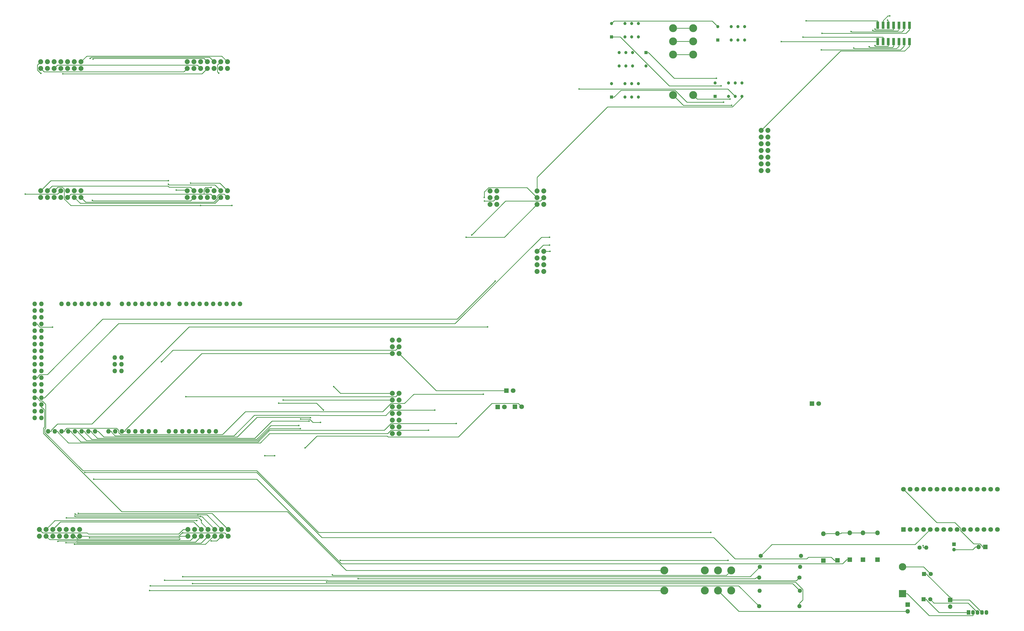
<source format=gbr>
G04 #@! TF.FileFunction,Copper,L1,Top,Signal*
%FSLAX46Y46*%
G04 Gerber Fmt 4.6, Leading zero omitted, Abs format (unit mm)*
G04 Created by KiCad (PCBNEW 4.0.6) date 02/21/20 15:01:47*
%MOMM*%
%LPD*%
G01*
G04 APERTURE LIST*
%ADD10C,0.100000*%
%ADD11O,1.727200X1.727200*%
%ADD12C,1.879600*%
%ADD13R,1.600000X1.600000*%
%ADD14C,1.600000*%
%ADD15R,1.800000X1.800000*%
%ADD16C,1.800000*%
%ADD17O,1.800000X1.800000*%
%ADD18R,2.800000X2.800000*%
%ADD19O,2.800000X2.800000*%
%ADD20R,1.200000X1.200000*%
%ADD21C,1.200000*%
%ADD22R,1.700000X1.700000*%
%ADD23O,1.700000X1.700000*%
%ADD24R,1.350000X1.350000*%
%ADD25O,1.350000X1.350000*%
%ADD26C,3.000000*%
%ADD27R,1.350000X1.800000*%
%ADD28O,1.350000X1.800000*%
%ADD29O,1.600000X1.600000*%
%ADD30R,1.000000X2.750000*%
%ADD31C,0.600000*%
%ADD32C,0.250000*%
G04 APERTURE END LIST*
D10*
D11*
X163932000Y-219456000D03*
X161392000Y-219456000D03*
X161392000Y-216916000D03*
X163932000Y-216916000D03*
X161392000Y-214376000D03*
X176759000Y-242316000D03*
X181839000Y-242316000D03*
X184379000Y-242316000D03*
X186919000Y-242316000D03*
X189459000Y-242316000D03*
X191999000Y-242316000D03*
X194539000Y-242316000D03*
X197079000Y-242316000D03*
X141199000Y-194056000D03*
X143739000Y-194056000D03*
X146279000Y-194056000D03*
X148819000Y-194056000D03*
X151359000Y-194056000D03*
X153899000Y-194056000D03*
X156439000Y-194056000D03*
X158979000Y-194056000D03*
X164059000Y-194056000D03*
X166599000Y-194056000D03*
X169139000Y-194056000D03*
X171679000Y-194056000D03*
X174219000Y-194056000D03*
X176759000Y-194056000D03*
X179299000Y-194056000D03*
X181839000Y-194056000D03*
X201143000Y-194056000D03*
X185903000Y-194056000D03*
X188443000Y-194056000D03*
X190983000Y-194056000D03*
X208763000Y-194056000D03*
X206223000Y-194056000D03*
X203683000Y-194056000D03*
X198603000Y-194056000D03*
X196063000Y-194056000D03*
X193523000Y-194056000D03*
X199619000Y-242316000D03*
X174219000Y-242316000D03*
X171679000Y-242316000D03*
X169139000Y-242316000D03*
X166599000Y-242316000D03*
X164059000Y-242316000D03*
X161519000Y-242316000D03*
X158979000Y-242316000D03*
X153899000Y-242316000D03*
X151359000Y-242316000D03*
X148819000Y-242316000D03*
X146279000Y-242316000D03*
X143739000Y-242316000D03*
X141199000Y-242316000D03*
X138659000Y-242316000D03*
X136119000Y-242316000D03*
X133579000Y-194056000D03*
X131039000Y-194056000D03*
X133579000Y-196596000D03*
X131039000Y-196596000D03*
X133579000Y-199136000D03*
X131039000Y-199136000D03*
X133579000Y-201676000D03*
X131039000Y-201676000D03*
X133579000Y-204216000D03*
X131039000Y-204216000D03*
X133579000Y-206756000D03*
X131039000Y-206756000D03*
X133579000Y-209296000D03*
X131039000Y-209296000D03*
X133579000Y-211836000D03*
X131039000Y-211836000D03*
X133579000Y-214376000D03*
X131039000Y-214376000D03*
X133579000Y-216916000D03*
X131039000Y-216916000D03*
X133579000Y-219456000D03*
X131039000Y-219456000D03*
X133579000Y-221996000D03*
X131039000Y-221996000D03*
X133579000Y-224536000D03*
X131039000Y-224536000D03*
X133579000Y-227076000D03*
X131039000Y-227076000D03*
X133579000Y-229616000D03*
X131039000Y-229616000D03*
X133579000Y-232156000D03*
X131039000Y-232156000D03*
X133579000Y-234696000D03*
X131039000Y-234696000D03*
X133579000Y-237236000D03*
X131039000Y-237236000D03*
X163932000Y-214376000D03*
D12*
X133400000Y-102400000D03*
X133400000Y-104940000D03*
X135940000Y-102400000D03*
X135940000Y-104940000D03*
X138480000Y-102400000D03*
X138480000Y-104940000D03*
X141020000Y-102400000D03*
X141020000Y-104940000D03*
X143560000Y-102400000D03*
X143560000Y-104940000D03*
X146100000Y-102400000D03*
X146100000Y-104940000D03*
X148640000Y-102400000D03*
X148640000Y-104940000D03*
X188800000Y-102400000D03*
X188800000Y-104940000D03*
X191340000Y-102400000D03*
X191340000Y-104940000D03*
X193880000Y-102400000D03*
X193880000Y-104940000D03*
X196420000Y-102400000D03*
X196420000Y-104940000D03*
X198960000Y-102400000D03*
X198960000Y-104940000D03*
X201500000Y-102400000D03*
X201500000Y-104940000D03*
X204040000Y-102400000D03*
X204040000Y-104940000D03*
X188800000Y-151200000D03*
X188800000Y-153740000D03*
X191340000Y-151200000D03*
X191340000Y-153740000D03*
X193880000Y-151200000D03*
X193880000Y-153740000D03*
X196420000Y-151200000D03*
X196420000Y-153740000D03*
X198960000Y-151200000D03*
X198960000Y-153740000D03*
X201500000Y-151200000D03*
X201500000Y-153740000D03*
X204040000Y-151200000D03*
X204040000Y-153740000D03*
X133400000Y-151200000D03*
X133400000Y-153740000D03*
X135940000Y-151200000D03*
X135940000Y-153740000D03*
X138480000Y-151200000D03*
X138480000Y-153740000D03*
X141020000Y-151200000D03*
X141020000Y-153740000D03*
X143560000Y-151200000D03*
X143560000Y-153740000D03*
X146100000Y-151200000D03*
X146100000Y-153740000D03*
X148640000Y-151200000D03*
X148640000Y-153740000D03*
X148100000Y-282000000D03*
X148100000Y-279460000D03*
X145560000Y-282000000D03*
X145560000Y-279460000D03*
X143020000Y-282000000D03*
X143020000Y-279460000D03*
X140480000Y-282000000D03*
X140480000Y-279460000D03*
X137940000Y-282000000D03*
X137940000Y-279460000D03*
X135400000Y-282000000D03*
X135400000Y-279460000D03*
X132860000Y-282000000D03*
X132860000Y-279460000D03*
X204343000Y-282000000D03*
X204343000Y-279460000D03*
X201803000Y-282000000D03*
X201803000Y-279460000D03*
X199263000Y-282000000D03*
X199263000Y-279460000D03*
X196723000Y-282000000D03*
X196723000Y-279460000D03*
X194183000Y-282000000D03*
X194183000Y-279460000D03*
X191643000Y-282000000D03*
X191643000Y-279460000D03*
X189103000Y-282000000D03*
X189103000Y-279460000D03*
X269000000Y-243200000D03*
X266460000Y-243200000D03*
X269000000Y-240660000D03*
X266460000Y-240660000D03*
X269000000Y-238120000D03*
X266460000Y-238120000D03*
X269000000Y-235580000D03*
X266460000Y-235580000D03*
X269000000Y-233040000D03*
X266460000Y-233040000D03*
X269000000Y-230500000D03*
X266460000Y-230500000D03*
X269000000Y-227960000D03*
X266460000Y-227960000D03*
X408600000Y-143600000D03*
X406060000Y-143600000D03*
X408600000Y-141060000D03*
X406060000Y-141060000D03*
X408600000Y-138520000D03*
X406060000Y-138520000D03*
X408600000Y-135980000D03*
X406060000Y-135980000D03*
X408600000Y-133440000D03*
X406060000Y-133440000D03*
X408600000Y-130900000D03*
X406060000Y-130900000D03*
X408600000Y-128360000D03*
X406060000Y-128360000D03*
X323800000Y-156400000D03*
X321260000Y-156400000D03*
X323800000Y-153860000D03*
X321260000Y-153860000D03*
X323800000Y-151320000D03*
X321260000Y-151320000D03*
X306000000Y-156400000D03*
X303460000Y-156400000D03*
X306000000Y-153860000D03*
X303460000Y-153860000D03*
X306000000Y-151320000D03*
X303460000Y-151320000D03*
X323800000Y-181800000D03*
X321260000Y-181800000D03*
X323800000Y-179260000D03*
X321260000Y-179260000D03*
X323800000Y-176720000D03*
X321260000Y-176720000D03*
X323800000Y-174180000D03*
X321260000Y-174180000D03*
D13*
X467538000Y-305918000D03*
D14*
X470038000Y-305918000D03*
D13*
X467716000Y-296316000D03*
D14*
X470216000Y-296316000D03*
D15*
X312852000Y-232995000D03*
D16*
X315392000Y-232995000D03*
D15*
X429616000Y-291236000D03*
D17*
X429616000Y-281076000D03*
D15*
X434975000Y-291186000D03*
D17*
X434975000Y-281026000D03*
D15*
X450113000Y-290957000D03*
D17*
X450113000Y-280797000D03*
D15*
X444627000Y-290957000D03*
D17*
X444627000Y-280797000D03*
D15*
X425298000Y-231800000D03*
D16*
X427838000Y-231800000D03*
D18*
X459613000Y-303809000D03*
D19*
X459613000Y-293649000D03*
D15*
X439598000Y-290957000D03*
D17*
X439598000Y-280797000D03*
D15*
X309601000Y-226924000D03*
D16*
X312141000Y-226924000D03*
D15*
X306350000Y-233071000D03*
D16*
X308890000Y-233071000D03*
D20*
X388622000Y-115519000D03*
D21*
X388622000Y-110439000D03*
X393702000Y-115519000D03*
X398782000Y-110439000D03*
X396242000Y-115519000D03*
X398782000Y-115519000D03*
X393702000Y-110439000D03*
X396242000Y-110439000D03*
D20*
X349455000Y-115748000D03*
D21*
X349455000Y-110668000D03*
X354535000Y-115748000D03*
X359615000Y-110668000D03*
X357075000Y-115748000D03*
X359615000Y-115748000D03*
X354535000Y-110668000D03*
X357075000Y-110668000D03*
D20*
X362431000Y-98882000D03*
D21*
X362431000Y-103962000D03*
X357351000Y-98882000D03*
X352271000Y-103962000D03*
X354811000Y-98882000D03*
X352271000Y-98882000D03*
X357351000Y-103962000D03*
X354811000Y-103962000D03*
D20*
X349404000Y-92964000D03*
D21*
X349404000Y-87884000D03*
X354484000Y-92964000D03*
X359564000Y-87884000D03*
X357024000Y-92964000D03*
X359564000Y-92964000D03*
X354484000Y-87884000D03*
X357024000Y-87884000D03*
D20*
X389638000Y-94183200D03*
D21*
X389638000Y-89103200D03*
X394718000Y-94183200D03*
X399798000Y-89103200D03*
X397258000Y-94183200D03*
X399798000Y-94183200D03*
X394718000Y-89103200D03*
X397258000Y-89103200D03*
D22*
X477596000Y-306172000D03*
D23*
X477596000Y-308712000D03*
D15*
X459892000Y-279476000D03*
D16*
X462432000Y-279476000D03*
X464972000Y-279476000D03*
X467512000Y-279476000D03*
X470052000Y-279476000D03*
X472592000Y-279476000D03*
X475132000Y-279476000D03*
X477672000Y-279476000D03*
X480212000Y-279476000D03*
X482752000Y-279476000D03*
X485292000Y-279476000D03*
X487832000Y-279476000D03*
X490372000Y-279476000D03*
X492912000Y-279476000D03*
X495452000Y-279476000D03*
X495452000Y-264236000D03*
X492912000Y-264236000D03*
X490372000Y-264236000D03*
X487832000Y-264236000D03*
X485292000Y-264236000D03*
X482752000Y-264236000D03*
X480212000Y-264236000D03*
X477672000Y-264236000D03*
X475132000Y-264236000D03*
X472592000Y-264236000D03*
X470052000Y-264236000D03*
X467512000Y-264236000D03*
X464972000Y-264236000D03*
X462432000Y-264236000D03*
X459892000Y-264236000D03*
D24*
X479069000Y-285090000D03*
D25*
X479069000Y-287090000D03*
D26*
X372720000Y-115011000D03*
X380340000Y-115011000D03*
X372720000Y-94691000D03*
X380340000Y-89691000D03*
X380340000Y-99691000D03*
X372720000Y-99691000D03*
X380340000Y-94691000D03*
X372720000Y-89691000D03*
D27*
X484556000Y-310896000D03*
D28*
X486256000Y-310896000D03*
X487956000Y-310896000D03*
X489656000Y-310896000D03*
X491356000Y-310896000D03*
D22*
X490880000Y-286131000D03*
D23*
X488340000Y-286131000D03*
D14*
X465988000Y-286334000D03*
D29*
X468528000Y-286334000D03*
D22*
X461518000Y-307950000D03*
D23*
X461518000Y-310490000D03*
D30*
X450184000Y-88543600D03*
X450184000Y-94793600D03*
X452184000Y-88543600D03*
X452184000Y-94793600D03*
X454184000Y-88543600D03*
X454184000Y-94793600D03*
X456184000Y-88543600D03*
X456184000Y-94793600D03*
X458184000Y-88543600D03*
X458184000Y-94793600D03*
X460184000Y-88543600D03*
X460184000Y-94793600D03*
X462184000Y-88543600D03*
X462184000Y-94793600D03*
D14*
X405308000Y-308559000D03*
D29*
X420548000Y-308559000D03*
D14*
X405587000Y-293649000D03*
D29*
X420827000Y-293649000D03*
D14*
X405867000Y-289458000D03*
D29*
X421107000Y-289458000D03*
D14*
X420675000Y-302692000D03*
D29*
X405435000Y-302692000D03*
D14*
X420548000Y-297739000D03*
D29*
X405308000Y-297739000D03*
D12*
X268986000Y-212877000D03*
X266446000Y-212877000D03*
X268986000Y-210337000D03*
X266446000Y-210337000D03*
X268986000Y-207797000D03*
X266446000Y-207797000D03*
D26*
X369443000Y-295021000D03*
X369443000Y-302641000D03*
X389763000Y-295021000D03*
X394763000Y-302641000D03*
X384763000Y-302641000D03*
X384763000Y-295021000D03*
X389763000Y-302641000D03*
X394763000Y-295021000D03*
D31*
X467402700Y-285608700D03*
X241553500Y-299366500D03*
X233469800Y-248553000D03*
X387052000Y-280614700D03*
X389177500Y-108656500D03*
X150074000Y-257891100D03*
X391808800Y-117699100D03*
X326012500Y-168824300D03*
X390944400Y-111517900D03*
X305383100Y-185449800D03*
X153405000Y-260467000D03*
X393538700Y-291182500D03*
X246734200Y-291182500D03*
X253517500Y-298121900D03*
X133447600Y-106756500D03*
X187155400Y-280734900D03*
X181733600Y-147441900D03*
X184666400Y-150986600D03*
X147614100Y-273379500D03*
X197870200Y-283803500D03*
X185993600Y-283106000D03*
X152952200Y-154876800D03*
X146407300Y-273631400D03*
X192875900Y-273986500D03*
X146132100Y-285112100D03*
X239291500Y-238953300D03*
X231775100Y-237665100D03*
X205717000Y-156798000D03*
X193926000Y-156798000D03*
X146333200Y-274447400D03*
X193849000Y-274593600D03*
X142940900Y-284460900D03*
X153202000Y-101332000D03*
X127479100Y-152470000D03*
X143123600Y-275075300D03*
X141760000Y-106934000D03*
X194173100Y-276046500D03*
X139885900Y-283945900D03*
X152075000Y-101090700D03*
X240356400Y-234280400D03*
X223463600Y-231671000D03*
X221879400Y-251593600D03*
X218185500Y-251593600D03*
X197849000Y-149934800D03*
X200765000Y-106676900D03*
X181672800Y-148811700D03*
X192492800Y-276128000D03*
X225115100Y-230500000D03*
X190070000Y-148367400D03*
X151823500Y-282655400D03*
X188267000Y-229229800D03*
X244257000Y-225398100D03*
X423093800Y-86843300D03*
X413681100Y-94793600D03*
X454746100Y-85007000D03*
X421928900Y-93093300D03*
X453914500Y-86651400D03*
X449156600Y-96300700D03*
X449157500Y-90048500D03*
X446976000Y-96698900D03*
X448338100Y-90499200D03*
X441162000Y-97189400D03*
X440131500Y-90940600D03*
X428851700Y-97844800D03*
X429116600Y-91594800D03*
X282558700Y-234314900D03*
X302480700Y-202802500D03*
X301339100Y-155125200D03*
X280207600Y-241934900D03*
X300935500Y-228239500D03*
X290664600Y-239394900D03*
X231682900Y-241289200D03*
X294359500Y-168824300D03*
X231074500Y-240088700D03*
X296501600Y-167960800D03*
X234935500Y-238396300D03*
X301269500Y-153758300D03*
X235501400Y-237159100D03*
X337181100Y-112694100D03*
X326167600Y-174180000D03*
X326012500Y-171817000D03*
X394907500Y-118875700D03*
X394282200Y-116522600D03*
X180265800Y-298741200D03*
X190852800Y-299991800D03*
X174838900Y-300803600D03*
X187127500Y-297356400D03*
X137868600Y-202864900D03*
X179062700Y-215955100D03*
X243743900Y-296708100D03*
X174550700Y-302641000D03*
D32*
X468663300Y-306199300D02*
X468663300Y-305918000D01*
X473360000Y-310896000D02*
X468663300Y-306199300D01*
X484556000Y-310896000D02*
X473360000Y-310896000D01*
X467538000Y-305918000D02*
X468663300Y-305918000D01*
X461518000Y-310490000D02*
X460342700Y-310490000D01*
X489704700Y-285763600D02*
X489704700Y-286131000D01*
X488896800Y-284955700D02*
X489704700Y-285763600D01*
X486482100Y-284955700D02*
X488896800Y-284955700D01*
X481482000Y-279955600D02*
X486482100Y-284955700D01*
X481482000Y-278996800D02*
X481482000Y-279955600D01*
X479371800Y-276886600D02*
X481482000Y-278996800D01*
X472542600Y-276886600D02*
X479371800Y-276886600D01*
X459892000Y-264236000D02*
X472542600Y-276886600D01*
X490880000Y-286131000D02*
X489704700Y-286131000D01*
X397612000Y-310490000D02*
X389763000Y-302641000D01*
X460342700Y-310490000D02*
X397612000Y-310490000D01*
X380340000Y-94691000D02*
X372720000Y-94691000D01*
X467716000Y-296316000D02*
X468841300Y-296316000D01*
X484932000Y-306172000D02*
X477596000Y-306172000D01*
X489656000Y-310896000D02*
X484932000Y-306172000D01*
X468841300Y-296591300D02*
X468841300Y-296316000D01*
X477246700Y-304996700D02*
X468841300Y-296591300D01*
X477596000Y-304996700D02*
X477246700Y-304996700D01*
X477596000Y-306172000D02*
X477596000Y-304996700D01*
X468528000Y-286334000D02*
X467402700Y-286334000D01*
X467402700Y-286334000D02*
X467402700Y-285608700D01*
X419006400Y-299366500D02*
X241553500Y-299366500D01*
X421841000Y-302201100D02*
X419006400Y-299366500D01*
X421841000Y-306140700D02*
X421841000Y-302201100D01*
X420548000Y-307433700D02*
X421841000Y-306140700D01*
X420548000Y-308559000D02*
X420548000Y-307433700D01*
X237937800Y-244085000D02*
X233469800Y-248553000D01*
X264474300Y-244085000D02*
X237937800Y-244085000D01*
X264862200Y-244472900D02*
X264474300Y-244085000D01*
X291445000Y-244472900D02*
X264862200Y-244472900D01*
X304153600Y-231764300D02*
X291445000Y-244472900D01*
X314161300Y-231764300D02*
X304153600Y-231764300D01*
X315392000Y-232995000D02*
X314161300Y-231764300D01*
X131039000Y-229616000D02*
X132227900Y-229616000D01*
X132227900Y-229987600D02*
X132227900Y-229616000D01*
X133045200Y-230804900D02*
X132227900Y-229987600D01*
X133934700Y-230804900D02*
X133045200Y-230804900D01*
X135233700Y-232103900D02*
X133934700Y-230804900D01*
X135233700Y-241111600D02*
X135233700Y-232103900D01*
X134880400Y-241464900D02*
X135233700Y-241111600D01*
X134880400Y-242796900D02*
X134880400Y-241464900D01*
X149349300Y-257265800D02*
X134880400Y-242796900D01*
X215182100Y-257265800D02*
X149349300Y-257265800D01*
X238531000Y-280614700D02*
X215182100Y-257265800D01*
X387052000Y-280614700D02*
X238531000Y-280614700D01*
X373130800Y-108656500D02*
X389177500Y-108656500D01*
X363356300Y-98882000D02*
X373130800Y-108656500D01*
X362431000Y-98882000D02*
X363356300Y-98882000D01*
X215170500Y-257891100D02*
X150074000Y-257891100D01*
X239812700Y-282533300D02*
X215170500Y-257891100D01*
X388086200Y-282533300D02*
X239812700Y-282533300D01*
X396181600Y-290628700D02*
X388086200Y-282533300D01*
X423331300Y-290628700D02*
X396181600Y-290628700D01*
X423949400Y-290010600D02*
X423331300Y-290628700D01*
X432574300Y-290010600D02*
X423949400Y-290010600D01*
X433749700Y-291186000D02*
X432574300Y-290010600D01*
X434975000Y-291186000D02*
X433749700Y-291186000D01*
X349455000Y-115748000D02*
X350380300Y-115748000D01*
X133579000Y-229616000D02*
X134767900Y-229616000D01*
X322893000Y-168824300D02*
X326012500Y-168824300D01*
X290191800Y-201525500D02*
X322893000Y-168824300D01*
X162858400Y-201525500D02*
X290191800Y-201525500D01*
X134767900Y-229616000D02*
X162858400Y-201525500D01*
X377989700Y-117699100D02*
X391808800Y-117699100D01*
X373470600Y-113180000D02*
X377989700Y-117699100D01*
X352948300Y-113180000D02*
X373470600Y-113180000D01*
X350380300Y-115748000D02*
X352948300Y-113180000D01*
X371295700Y-111517900D02*
X390944400Y-111517900D01*
X352741800Y-92964000D02*
X371295700Y-111517900D01*
X349404000Y-92964000D02*
X352741800Y-92964000D01*
X131039000Y-221996000D02*
X132227900Y-221996000D01*
X132227900Y-221624400D02*
X132227900Y-221996000D01*
X133045200Y-220807100D02*
X132227900Y-221624400D01*
X135884800Y-220807100D02*
X133045200Y-220807100D01*
X156837900Y-199854000D02*
X135884800Y-220807100D01*
X290978900Y-199854000D02*
X156837900Y-199854000D01*
X305383100Y-185449800D02*
X290978900Y-199854000D01*
X469650600Y-312121300D02*
X486256000Y-312121300D01*
X461338300Y-303809000D02*
X469650600Y-312121300D01*
X459613000Y-303809000D02*
X461338300Y-303809000D01*
X486256000Y-310896000D02*
X486256000Y-312121300D01*
X439598000Y-290957000D02*
X438372700Y-290957000D01*
X436868300Y-292461400D02*
X438372700Y-290957000D01*
X247128800Y-292461400D02*
X436868300Y-292461400D01*
X215134400Y-260467000D02*
X247128800Y-292461400D01*
X153405000Y-260467000D02*
X215134400Y-260467000D01*
X246734200Y-291182500D02*
X393538700Y-291182500D01*
X403799800Y-298121900D02*
X253517500Y-298121900D01*
X404182700Y-297739000D02*
X403799800Y-298121900D01*
X405308000Y-297739000D02*
X404182700Y-297739000D01*
X132125200Y-103674800D02*
X133400000Y-102400000D01*
X132125200Y-105516700D02*
X132125200Y-103674800D01*
X133365000Y-106756500D02*
X132125200Y-105516700D01*
X133447600Y-106756500D02*
X133365000Y-106756500D01*
X203077900Y-280734900D02*
X187155400Y-280734900D01*
X204343000Y-282000000D02*
X203077900Y-280734900D01*
X137158100Y-147441900D02*
X181733600Y-147441900D01*
X133400000Y-151200000D02*
X137158100Y-147441900D01*
X188586600Y-150986600D02*
X188800000Y-151200000D01*
X184666400Y-150986600D02*
X188586600Y-150986600D01*
X185578400Y-282000000D02*
X148100000Y-282000000D01*
X186843500Y-280734900D02*
X185578400Y-282000000D01*
X187155400Y-280734900D02*
X186843500Y-280734900D01*
X187534800Y-106205200D02*
X188800000Y-104940000D01*
X134665200Y-106205200D02*
X187534800Y-106205200D01*
X133400000Y-104940000D02*
X134665200Y-106205200D01*
X147632400Y-273361200D02*
X147614100Y-273379500D01*
X198244200Y-273361200D02*
X147632400Y-273361200D01*
X204343000Y-279460000D02*
X198244200Y-273361200D01*
X190032300Y-149892300D02*
X191340000Y-151200000D01*
X181946800Y-149892300D02*
X190032300Y-149892300D01*
X181496600Y-149442100D02*
X181946800Y-149892300D01*
X137697900Y-149442100D02*
X181496600Y-149442100D01*
X135940000Y-151200000D02*
X137697900Y-149442100D01*
X199999500Y-283803500D02*
X197870200Y-283803500D01*
X201803000Y-282000000D02*
X199999500Y-283803500D01*
X146301900Y-282000000D02*
X145560000Y-282000000D01*
X147612800Y-283310900D02*
X146301900Y-282000000D01*
X185788700Y-283310900D02*
X147612800Y-283310900D01*
X185993600Y-283106000D02*
X185788700Y-283310900D01*
X192952000Y-273910400D02*
X192875900Y-273986500D01*
X196253400Y-273910400D02*
X192952000Y-273910400D01*
X201803000Y-279460000D02*
X196253400Y-273910400D01*
X192857500Y-274004900D02*
X192875900Y-273986500D01*
X146780800Y-274004900D02*
X192857500Y-274004900D01*
X146407300Y-273631400D02*
X146780800Y-274004900D01*
X153102100Y-155026700D02*
X152952200Y-154876800D01*
X190053300Y-155026700D02*
X153102100Y-155026700D01*
X191340000Y-153740000D02*
X190053300Y-155026700D01*
X205717000Y-156798000D02*
X193926000Y-156798000D01*
X144760100Y-156798000D02*
X193926000Y-156798000D01*
X142290000Y-154327900D02*
X144760100Y-156798000D01*
X142290000Y-150670500D02*
X142290000Y-154327900D01*
X141533900Y-149914400D02*
X142290000Y-150670500D01*
X139765600Y-149914400D02*
X141533900Y-149914400D01*
X138480000Y-151200000D02*
X139765600Y-149914400D01*
X198789400Y-282000000D02*
X199263000Y-282000000D01*
X195677400Y-285112000D02*
X198789400Y-282000000D01*
X195677400Y-285112100D02*
X195677400Y-285112000D01*
X146132100Y-285112100D02*
X195677400Y-285112100D01*
X236411300Y-238953300D02*
X239291500Y-238953300D01*
X235123100Y-237665100D02*
X236411300Y-238953300D01*
X231775100Y-237665100D02*
X235123100Y-237665100D01*
X139750000Y-103670000D02*
X138480000Y-104940000D01*
X192610000Y-103670000D02*
X139750000Y-103670000D01*
X193880000Y-104940000D02*
X192610000Y-103670000D01*
X193830800Y-274611800D02*
X193849000Y-274593600D01*
X146497600Y-274611800D02*
X193830800Y-274611800D01*
X146333200Y-274447400D02*
X146497600Y-274611800D01*
X194396600Y-274593600D02*
X193849000Y-274593600D01*
X199263000Y-279460000D02*
X194396600Y-274593600D01*
X195154900Y-101134900D02*
X196420000Y-102400000D01*
X153399100Y-101134900D02*
X195154900Y-101134900D01*
X153202000Y-101332000D02*
X153399100Y-101134900D01*
X139750000Y-152470000D02*
X127479100Y-152470000D01*
X141020000Y-151200000D02*
X139750000Y-152470000D01*
X194061200Y-284661800D02*
X196723000Y-282000000D01*
X147053000Y-284661800D02*
X194061200Y-284661800D01*
X146852100Y-284460900D02*
X147053000Y-284661800D01*
X142940900Y-284460900D02*
X146852100Y-284460900D01*
X194426000Y-106934000D02*
X141760000Y-106934000D01*
X196420000Y-104940000D02*
X194426000Y-106934000D01*
X194173100Y-276910100D02*
X194173100Y-276046500D01*
X196723000Y-279460000D02*
X194173100Y-276910100D01*
X193201900Y-275075300D02*
X194173100Y-276046500D01*
X143123600Y-275075300D02*
X193201900Y-275075300D01*
X152481100Y-100684600D02*
X152075000Y-101090700D01*
X197244600Y-100684600D02*
X152481100Y-100684600D01*
X198960000Y-102400000D02*
X197244600Y-100684600D01*
X191971500Y-284211500D02*
X194183000Y-282000000D01*
X147239600Y-284211500D02*
X191971500Y-284211500D01*
X146833300Y-283805200D02*
X147239600Y-284211500D01*
X140026600Y-283805200D02*
X146833300Y-283805200D01*
X139885900Y-283945900D02*
X140026600Y-283805200D01*
X237747000Y-231671000D02*
X223463600Y-231671000D01*
X240356400Y-234280400D02*
X237747000Y-231671000D01*
X140821600Y-276578400D02*
X137940000Y-279460000D01*
X191301400Y-276578400D02*
X140821600Y-276578400D01*
X194183000Y-279460000D02*
X191301400Y-276578400D01*
X197690000Y-152470000D02*
X195150000Y-152470000D01*
X198960000Y-153740000D02*
X197690000Y-152470000D01*
X144830000Y-152470000D02*
X143560000Y-153740000D01*
X195150000Y-152470000D02*
X144830000Y-152470000D01*
X195863000Y-149934800D02*
X197849000Y-149934800D01*
X195150000Y-150647800D02*
X195863000Y-149934800D01*
X195150000Y-152470000D02*
X195150000Y-150647800D01*
X221879400Y-251593600D02*
X218185500Y-251593600D01*
X200230000Y-103670000D02*
X201500000Y-102400000D01*
X200230000Y-106141900D02*
X200230000Y-103670000D01*
X200765000Y-106676900D02*
X200230000Y-106141900D01*
X181884300Y-149023200D02*
X181672800Y-148811700D01*
X199323200Y-149023200D02*
X181884300Y-149023200D01*
X201500000Y-151200000D02*
X199323200Y-149023200D01*
X189881800Y-283761200D02*
X191643000Y-282000000D01*
X147426200Y-283761200D02*
X189881800Y-283761200D01*
X146975900Y-283310900D02*
X147426200Y-283761200D01*
X136710900Y-283310900D02*
X146975900Y-283310900D01*
X135400000Y-282000000D02*
X136710900Y-283310900D01*
X199272500Y-155967500D02*
X201500000Y-153740000D01*
X148327500Y-155967500D02*
X199272500Y-155967500D01*
X146100000Y-153740000D02*
X148327500Y-155967500D01*
X138732000Y-276128000D02*
X192492800Y-276128000D01*
X135400000Y-279460000D02*
X138732000Y-276128000D01*
X266460000Y-230500000D02*
X225115100Y-230500000D01*
X201207400Y-148367400D02*
X190070000Y-148367400D01*
X204040000Y-151200000D02*
X201207400Y-148367400D01*
X150805700Y-100234300D02*
X148640000Y-102400000D01*
X201874300Y-100234300D02*
X150805700Y-100234300D01*
X204040000Y-102400000D02*
X201874300Y-100234300D01*
X267730200Y-229229800D02*
X188267000Y-229229800D01*
X269000000Y-227960000D02*
X267730200Y-229229800D01*
X185559900Y-282655400D02*
X151823500Y-282655400D01*
X186215300Y-282000000D02*
X185559900Y-282655400D01*
X189103000Y-282000000D02*
X186215300Y-282000000D01*
X134130000Y-280730000D02*
X132860000Y-279460000D01*
X150882300Y-280730000D02*
X134130000Y-280730000D01*
X151375400Y-281223100D02*
X150882300Y-280730000D01*
X185568000Y-281223100D02*
X151375400Y-281223100D01*
X187331100Y-279460000D02*
X185568000Y-281223100D01*
X189103000Y-279460000D02*
X187331100Y-279460000D01*
X150417200Y-155517200D02*
X148640000Y-153740000D01*
X199012000Y-155517200D02*
X150417200Y-155517200D01*
X200230000Y-154299200D02*
X199012000Y-155517200D01*
X200230000Y-153191500D02*
X200230000Y-154299200D01*
X200946700Y-152474800D02*
X200230000Y-153191500D01*
X202774800Y-152474800D02*
X200946700Y-152474800D01*
X204040000Y-153740000D02*
X202774800Y-152474800D01*
X246818900Y-227960000D02*
X244257000Y-225398100D01*
X266460000Y-227960000D02*
X246818900Y-227960000D01*
X450184000Y-88543600D02*
X450184000Y-86843300D01*
X450184000Y-86843300D02*
X423093800Y-86843300D01*
X413681100Y-94793600D02*
X450184000Y-94793600D01*
X454020300Y-85007000D02*
X454746100Y-85007000D01*
X452184000Y-86843300D02*
X454020300Y-85007000D01*
X452184000Y-88543600D02*
X452184000Y-86843300D01*
X452184000Y-94793600D02*
X452184000Y-93093300D01*
X452184000Y-93093300D02*
X421928900Y-93093300D01*
X454106400Y-86843300D02*
X453914500Y-86651400D01*
X454184000Y-86843300D02*
X454106400Y-86843300D01*
X454184000Y-88543600D02*
X454184000Y-86843300D01*
X454184000Y-94793600D02*
X454184000Y-96493900D01*
X449349800Y-96493900D02*
X449156600Y-96300700D01*
X454184000Y-96493900D02*
X449349800Y-96493900D01*
X456184000Y-88543600D02*
X456184000Y-90243900D01*
X449352900Y-90243900D02*
X449157500Y-90048500D01*
X456184000Y-90243900D02*
X449352900Y-90243900D01*
X456184000Y-94793600D02*
X456184000Y-96493900D01*
X447221300Y-96944200D02*
X446976000Y-96698900D01*
X455733700Y-96944200D02*
X447221300Y-96944200D01*
X456184000Y-96493900D02*
X455733700Y-96944200D01*
X458184000Y-88543600D02*
X458184000Y-90243900D01*
X448533100Y-90694200D02*
X448338100Y-90499200D01*
X457733700Y-90694200D02*
X448533100Y-90694200D01*
X458184000Y-90243900D02*
X457733700Y-90694200D01*
X458184000Y-94793600D02*
X458184000Y-96493900D01*
X441367100Y-97394500D02*
X441162000Y-97189400D01*
X457283400Y-97394500D02*
X441367100Y-97394500D01*
X458184000Y-96493900D02*
X457283400Y-97394500D01*
X460184000Y-88543600D02*
X460184000Y-90243900D01*
X459283400Y-91144500D02*
X460184000Y-90243900D01*
X440335400Y-91144500D02*
X459283400Y-91144500D01*
X440131500Y-90940600D02*
X440335400Y-91144500D01*
X460184000Y-94793600D02*
X460184000Y-96493900D01*
X458833100Y-97844800D02*
X428851700Y-97844800D01*
X460184000Y-96493900D02*
X458833100Y-97844800D01*
X462184000Y-88543600D02*
X462184000Y-90243900D01*
X460833100Y-91594800D02*
X462184000Y-90243900D01*
X429116600Y-91594800D02*
X460833100Y-91594800D01*
X462184000Y-94793600D02*
X462184000Y-96493900D01*
X460382800Y-98295100D02*
X462184000Y-96493900D01*
X436124900Y-98295100D02*
X460382800Y-98295100D01*
X406060000Y-128360000D02*
X436124900Y-98295100D01*
X372720000Y-89691000D02*
X380340000Y-89691000D01*
X158979000Y-242316000D02*
X160167900Y-242316000D01*
X160167900Y-242687600D02*
X160167900Y-242316000D01*
X161504600Y-244024300D02*
X160167900Y-242687600D01*
X206490900Y-243998900D02*
X161504600Y-244024300D01*
X214224600Y-236265200D02*
X206490900Y-243998900D01*
X263960200Y-236290600D02*
X214224600Y-236265200D01*
X265935900Y-234314900D02*
X263960200Y-236290600D01*
X282558700Y-234314900D02*
X265935900Y-234314900D01*
X137307900Y-241944500D02*
X137307900Y-242316000D01*
X139740200Y-239512200D02*
X137307900Y-241944500D01*
X152787900Y-239512200D02*
X139740200Y-239512200D01*
X189497600Y-202802500D02*
X152787900Y-239512200D01*
X302480700Y-202802500D02*
X189497600Y-202802500D01*
X136119000Y-242316000D02*
X137307900Y-242316000D01*
X138659000Y-242316000D02*
X139847900Y-242316000D01*
X304734800Y-155125200D02*
X301339100Y-155125200D01*
X306000000Y-153860000D02*
X304734800Y-155125200D01*
X265936000Y-241934900D02*
X280207600Y-241934900D01*
X264671200Y-243199700D02*
X265936000Y-241934900D01*
X264671200Y-243199800D02*
X264671200Y-243199700D01*
X220004800Y-243199800D02*
X264671200Y-243199800D01*
X216476900Y-246727700D02*
X220004800Y-243199800D01*
X143888000Y-246727700D02*
X216476900Y-246727700D01*
X139847900Y-242687600D02*
X143888000Y-246727700D01*
X139847900Y-242316000D02*
X139847900Y-242687600D01*
X141199000Y-242316000D02*
X142387900Y-242316000D01*
X274541700Y-228239500D02*
X300935500Y-228239500D01*
X271006300Y-231774900D02*
X274541700Y-228239500D01*
X265936000Y-231774900D02*
X271006300Y-231774900D01*
X262805300Y-234905600D02*
X265936000Y-231774900D01*
X262805300Y-234905700D02*
X262805300Y-234905600D01*
X210789400Y-234905700D02*
X262805300Y-234905700D01*
X202158800Y-243536300D02*
X210789400Y-234905700D01*
X163577200Y-243536300D02*
X202158800Y-243536300D01*
X162789000Y-242748100D02*
X163577200Y-243536300D01*
X162789000Y-241893600D02*
X162789000Y-242748100D01*
X162022500Y-241127100D02*
X162789000Y-241893600D01*
X143205200Y-241127100D02*
X162022500Y-241127100D01*
X142387900Y-241944400D02*
X143205200Y-241127100D01*
X142387900Y-242316000D02*
X142387900Y-241944400D01*
X143739000Y-242316000D02*
X144927900Y-242316000D01*
X265936000Y-239394900D02*
X290664600Y-239394900D01*
X263401000Y-241929900D02*
X265936000Y-239394900D01*
X263401000Y-241930000D02*
X263401000Y-241929900D01*
X220000800Y-241930000D02*
X263401000Y-241930000D01*
X215653400Y-246277400D02*
X220000800Y-241930000D01*
X148517800Y-246277400D02*
X215653400Y-246277400D01*
X144927900Y-242687500D02*
X148517800Y-246277400D01*
X144927900Y-242316000D02*
X144927900Y-242687500D01*
X146279000Y-242316000D02*
X147467900Y-242316000D01*
X220004700Y-241289200D02*
X231682900Y-241289200D01*
X215466800Y-245827100D02*
X220004700Y-241289200D01*
X150607500Y-245827100D02*
X215466800Y-245827100D01*
X147467900Y-242687500D02*
X150607500Y-245827100D01*
X147467900Y-242316000D02*
X147467900Y-242687500D01*
X148819000Y-242316000D02*
X150007900Y-242316000D01*
X308835700Y-168824300D02*
X294359500Y-168824300D01*
X321260000Y-156400000D02*
X308835700Y-168824300D01*
X220438400Y-240088700D02*
X231074500Y-240088700D01*
X215150300Y-245376800D02*
X220438400Y-240088700D01*
X152697200Y-245376800D02*
X215150300Y-245376800D01*
X150007900Y-242687500D02*
X152697200Y-245376800D01*
X150007900Y-242316000D02*
X150007900Y-242687500D01*
X151359000Y-242316000D02*
X152547900Y-242316000D01*
X309332500Y-155129900D02*
X296501600Y-167960800D01*
X322530100Y-155129900D02*
X309332500Y-155129900D01*
X323800000Y-153860000D02*
X322530100Y-155129900D01*
X220938800Y-238396300D02*
X234935500Y-238396300D01*
X214408600Y-244926500D02*
X220938800Y-238396300D01*
X154786900Y-244926500D02*
X214408600Y-244926500D01*
X152547900Y-242687500D02*
X154786900Y-244926500D01*
X152547900Y-242316000D02*
X152547900Y-242687500D01*
X157248100Y-244476200D02*
X155087900Y-242316000D01*
X207750900Y-244476200D02*
X157248100Y-244476200D01*
X215204800Y-237022300D02*
X207750900Y-244476200D01*
X235364600Y-237022300D02*
X215204800Y-237022300D01*
X235501400Y-237159100D02*
X235364600Y-237022300D01*
X153899000Y-242316000D02*
X155087900Y-242316000D01*
X301269500Y-151678800D02*
X301269500Y-153758300D01*
X302936700Y-150011600D02*
X301269500Y-151678800D01*
X317411600Y-150011600D02*
X302936700Y-150011600D01*
X321260000Y-153860000D02*
X317411600Y-150011600D01*
X393417100Y-112694100D02*
X337181100Y-112694100D01*
X396242000Y-115519000D02*
X393417100Y-112694100D01*
X398782000Y-115885600D02*
X398782000Y-115519000D01*
X395166600Y-119501000D02*
X398782000Y-115885600D01*
X347872500Y-119501000D02*
X395166600Y-119501000D01*
X321260000Y-146113500D02*
X347872500Y-119501000D01*
X321260000Y-151320000D02*
X321260000Y-146113500D01*
X323800000Y-174180000D02*
X326167600Y-174180000D01*
X323623000Y-171817000D02*
X326012500Y-171817000D01*
X321260000Y-174180000D02*
X323623000Y-171817000D01*
X376584700Y-118875700D02*
X394907500Y-118875700D01*
X372720000Y-115011000D02*
X376584700Y-118875700D01*
X381851600Y-116522600D02*
X394282200Y-116522600D01*
X380340000Y-115011000D02*
X381851600Y-116522600D01*
X372720000Y-99691000D02*
X380340000Y-99691000D01*
X241812600Y-298741200D02*
X180265800Y-298741200D01*
X241958900Y-298887500D02*
X241812600Y-298741200D01*
X419399500Y-298887500D02*
X241958900Y-298887500D01*
X420548000Y-297739000D02*
X419399500Y-298887500D01*
X417974800Y-299991800D02*
X420675000Y-302692000D01*
X190852800Y-299991800D02*
X417974800Y-299991800D01*
X397552600Y-300803600D02*
X174838900Y-300803600D01*
X405308000Y-308559000D02*
X397552600Y-300803600D01*
X131039000Y-201676000D02*
X132227900Y-201676000D01*
X133045200Y-202864900D02*
X137868600Y-202864900D01*
X132227900Y-202047600D02*
X133045200Y-202864900D01*
X132227900Y-201676000D02*
X132227900Y-202047600D01*
X401879600Y-297356400D02*
X405587000Y-293649000D01*
X187127500Y-297356400D02*
X401879600Y-297356400D01*
X464319400Y-285208600D02*
X470052000Y-279476000D01*
X410116400Y-285208600D02*
X464319400Y-285208600D01*
X405867000Y-289458000D02*
X410116400Y-285208600D01*
X471467400Y-307347400D02*
X470038000Y-305918000D01*
X484407400Y-307347400D02*
X471467400Y-307347400D01*
X487956000Y-310896000D02*
X484407400Y-307347400D01*
X486205700Y-287090000D02*
X487164700Y-286131000D01*
X479069000Y-287090000D02*
X486205700Y-287090000D01*
X488340000Y-286131000D02*
X487164700Y-286131000D01*
X350332600Y-86955400D02*
X349404000Y-87884000D01*
X387490200Y-86955400D02*
X350332600Y-86955400D01*
X389638000Y-89103200D02*
X387490200Y-86955400D01*
X467549000Y-293649000D02*
X470216000Y-296316000D01*
X459613000Y-293649000D02*
X467549000Y-293649000D01*
X436429300Y-280797000D02*
X436200300Y-281026000D01*
X439598000Y-280797000D02*
X436429300Y-280797000D01*
X444627000Y-280797000D02*
X439598000Y-280797000D01*
X450113000Y-280797000D02*
X444627000Y-280797000D01*
X435587700Y-281026000D02*
X436200300Y-281026000D01*
X435587700Y-281026000D02*
X434975000Y-281026000D01*
X430891300Y-281026000D02*
X430841300Y-281076000D01*
X434975000Y-281026000D02*
X430891300Y-281026000D01*
X429616000Y-281076000D02*
X430841300Y-281076000D01*
X283033000Y-226924000D02*
X268986000Y-212877000D01*
X309601000Y-226924000D02*
X283033000Y-226924000D01*
X194315400Y-212877000D02*
X266446000Y-212877000D01*
X165247900Y-241944500D02*
X194315400Y-212877000D01*
X165247900Y-242316000D02*
X165247900Y-241944500D01*
X164059000Y-242316000D02*
X165247900Y-242316000D01*
X183410900Y-211606900D02*
X179062700Y-215955100D01*
X267716100Y-211606900D02*
X183410900Y-211606900D01*
X268986000Y-210337000D02*
X267716100Y-211606900D01*
X243889900Y-296854100D02*
X243743900Y-296708100D01*
X392929900Y-296854100D02*
X243889900Y-296854100D01*
X394763000Y-295021000D02*
X392929900Y-296854100D01*
X133579000Y-232156000D02*
X133579000Y-233344900D01*
X249051500Y-295021000D02*
X369443000Y-295021000D01*
X226733800Y-272703300D02*
X249051500Y-295021000D01*
X164001900Y-272703300D02*
X226733800Y-272703300D01*
X134373900Y-243075300D02*
X164001900Y-272703300D01*
X134373900Y-241109200D02*
X134373900Y-243075300D01*
X134767900Y-240715200D02*
X134373900Y-241109200D01*
X134767900Y-234162200D02*
X134767900Y-240715200D01*
X133950600Y-233344900D02*
X134767900Y-234162200D01*
X133579000Y-233344900D02*
X133950600Y-233344900D01*
X369443000Y-302641000D02*
X174550700Y-302641000D01*
M02*

</source>
